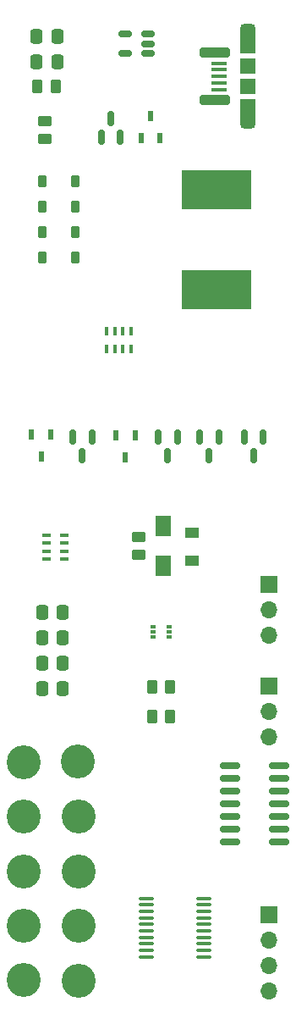
<source format=gts>
%TF.GenerationSoftware,KiCad,Pcbnew,7.0.10*%
%TF.CreationDate,2024-03-06T19:49:30-08:00*%
%TF.ProjectId,462FinalProject,34363246-696e-4616-9c50-726f6a656374,rev?*%
%TF.SameCoordinates,Original*%
%TF.FileFunction,Soldermask,Top*%
%TF.FilePolarity,Negative*%
%FSLAX46Y46*%
G04 Gerber Fmt 4.6, Leading zero omitted, Abs format (unit mm)*
G04 Created by KiCad (PCBNEW 7.0.10) date 2024-03-06 19:49:30*
%MOMM*%
%LPD*%
G01*
G04 APERTURE LIST*
G04 Aperture macros list*
%AMRoundRect*
0 Rectangle with rounded corners*
0 $1 Rounding radius*
0 $2 $3 $4 $5 $6 $7 $8 $9 X,Y pos of 4 corners*
0 Add a 4 corners polygon primitive as box body*
4,1,4,$2,$3,$4,$5,$6,$7,$8,$9,$2,$3,0*
0 Add four circle primitives for the rounded corners*
1,1,$1+$1,$2,$3*
1,1,$1+$1,$4,$5*
1,1,$1+$1,$6,$7*
1,1,$1+$1,$8,$9*
0 Add four rect primitives between the rounded corners*
20,1,$1+$1,$2,$3,$4,$5,0*
20,1,$1+$1,$4,$5,$6,$7,0*
20,1,$1+$1,$6,$7,$8,$9,0*
20,1,$1+$1,$8,$9,$2,$3,0*%
G04 Aperture macros list end*
%ADD10RoundRect,0.250000X-0.262500X-0.450000X0.262500X-0.450000X0.262500X0.450000X-0.262500X0.450000X0*%
%ADD11C,3.400000*%
%ADD12RoundRect,0.150000X-0.150000X0.587500X-0.150000X-0.587500X0.150000X-0.587500X0.150000X0.587500X0*%
%ADD13RoundRect,0.250000X-0.337500X-0.475000X0.337500X-0.475000X0.337500X0.475000X-0.337500X0.475000X0*%
%ADD14RoundRect,0.225000X-0.225000X-0.375000X0.225000X-0.375000X0.225000X0.375000X-0.225000X0.375000X0*%
%ADD15R,1.400000X1.000000*%
%ADD16R,0.600000X1.050000*%
%ADD17RoundRect,0.250000X0.450000X-0.262500X0.450000X0.262500X-0.450000X0.262500X-0.450000X-0.262500X0*%
%ADD18RoundRect,0.150000X0.150000X-0.587500X0.150000X0.587500X-0.150000X0.587500X-0.150000X-0.587500X0*%
%ADD19R,0.900000X0.400000*%
%ADD20RoundRect,0.150000X-0.825000X-0.150000X0.825000X-0.150000X0.825000X0.150000X-0.825000X0.150000X0*%
%ADD21R,1.525000X0.400000*%
%ADD22R,1.525000X0.425000*%
%ADD23RoundRect,0.375000X-0.375000X0.875000X-0.375000X-0.875000X0.375000X-0.875000X0.375000X0.875000X0*%
%ADD24R,1.550000X1.200000*%
%ADD25RoundRect,0.200000X1.300000X-0.300000X1.300000X0.300000X-1.300000X0.300000X-1.300000X-0.300000X0*%
%ADD26R,1.550000X1.500000*%
%ADD27RoundRect,0.375000X0.375000X-0.875000X0.375000X0.875000X-0.375000X0.875000X-0.375000X-0.875000X0*%
%ADD28R,1.500000X2.000000*%
%ADD29R,7.000000X4.000000*%
%ADD30R,1.700000X1.700000*%
%ADD31O,1.700000X1.700000*%
%ADD32R,0.475000X0.300000*%
%ADD33R,0.400000X0.900000*%
%ADD34RoundRect,0.150000X0.512500X0.150000X-0.512500X0.150000X-0.512500X-0.150000X0.512500X-0.150000X0*%
%ADD35RoundRect,0.100000X-0.637500X-0.100000X0.637500X-0.100000X0.637500X0.100000X-0.637500X0.100000X0*%
%ADD36RoundRect,0.250000X-0.450000X0.262500X-0.450000X-0.262500X0.450000X-0.262500X0.450000X0.262500X0*%
G04 APERTURE END LIST*
D10*
%TO.C,R10*%
X216892445Y-135097791D03*
X218717445Y-135097791D03*
%TD*%
D11*
%TO.C,TP6*%
X209551215Y-161572020D03*
%TD*%
D12*
%TO.C,Q9*%
X219418062Y-107202024D03*
X217518062Y-107202024D03*
X218468062Y-109077024D03*
%TD*%
D13*
%TO.C,C6*%
X205895327Y-127198804D03*
X207970327Y-127198804D03*
%TD*%
D14*
%TO.C,D5*%
X205890719Y-81616280D03*
X209190719Y-81616280D03*
%TD*%
D11*
%TO.C,TP8*%
X209530195Y-150568664D03*
%TD*%
%TO.C,TP3*%
X204080195Y-150568664D03*
%TD*%
D15*
%TO.C,L2*%
X220920406Y-119501250D03*
X220920406Y-116701250D03*
%TD*%
D16*
%TO.C,Q8*%
X206746925Y-106934654D03*
X204846925Y-106934654D03*
X205796925Y-109134654D03*
%TD*%
D17*
%TO.C,R12*%
X206195521Y-77382249D03*
X206195521Y-75557249D03*
%TD*%
D11*
%TO.C,TP9*%
X209530195Y-156018664D03*
%TD*%
D14*
%TO.C,D7*%
X205890719Y-86696280D03*
X209190719Y-86696280D03*
%TD*%
D13*
%TO.C,C1*%
X205354687Y-67160936D03*
X207429687Y-67160936D03*
%TD*%
D18*
%TO.C,Q3*%
X211810859Y-77174864D03*
X213710859Y-77174864D03*
X212760859Y-75299864D03*
%TD*%
D19*
%TO.C,RN2*%
X206367952Y-116982679D03*
X206367952Y-117782679D03*
X206367952Y-118582679D03*
X206367952Y-119382679D03*
X208067952Y-119382679D03*
X208067952Y-118582679D03*
X208067952Y-117782679D03*
X208067952Y-116982679D03*
%TD*%
D20*
%TO.C,U3*%
X224702625Y-139985541D03*
X224702625Y-141255541D03*
X224702625Y-142525541D03*
X224702625Y-143795541D03*
X224702625Y-145065541D03*
X224702625Y-146335541D03*
X224702625Y-147605541D03*
X229652625Y-147605541D03*
X229652625Y-146335541D03*
X229652625Y-145065541D03*
X229652625Y-143795541D03*
X229652625Y-142525541D03*
X229652625Y-141255541D03*
X229652625Y-139985541D03*
%TD*%
D21*
%TO.C,J3*%
X223632500Y-72420000D03*
D22*
X223632500Y-71782500D03*
D21*
X223632500Y-71120000D03*
X223632500Y-70470000D03*
D22*
X223632500Y-69832500D03*
D23*
X226520000Y-75120000D03*
D24*
X226520000Y-74020000D03*
D25*
X223220000Y-73520000D03*
D26*
X226520000Y-72120000D03*
X226520000Y-70120000D03*
D25*
X223220000Y-68720000D03*
D24*
X226520000Y-68220000D03*
D27*
X226520000Y-67120000D03*
%TD*%
D11*
%TO.C,TP1*%
X204080195Y-139668664D03*
%TD*%
D14*
%TO.C,D6*%
X205890719Y-84156280D03*
X209190719Y-84156280D03*
%TD*%
D28*
%TO.C,R5*%
X218051063Y-116069718D03*
X218051063Y-120069718D03*
%TD*%
D13*
%TO.C,C2*%
X205895327Y-124658804D03*
X207970327Y-124658804D03*
%TD*%
D11*
%TO.C,TP7*%
X209530195Y-145118664D03*
%TD*%
D12*
%TO.C,Q2*%
X223574460Y-107158008D03*
X221674460Y-107158008D03*
X222624460Y-109033008D03*
%TD*%
D16*
%TO.C,Q7*%
X215814938Y-77313999D03*
X217714938Y-77313999D03*
X216764938Y-75113999D03*
%TD*%
D29*
%TO.C,L1*%
X223359032Y-82467062D03*
X223359032Y-92467062D03*
%TD*%
D30*
%TO.C,J4*%
X228600000Y-121920000D03*
D31*
X228600000Y-124460000D03*
X228600000Y-127000000D03*
%TD*%
D11*
%TO.C,TP10*%
X209462421Y-139635046D03*
%TD*%
D30*
%TO.C,J2*%
X228600000Y-132080000D03*
D31*
X228600000Y-134620000D03*
X228600000Y-137160000D03*
%TD*%
D32*
%TO.C,IC1*%
X216962804Y-126131242D03*
X216962804Y-126631242D03*
X216962804Y-127131242D03*
X218638804Y-127131242D03*
X218638804Y-126631242D03*
X218638804Y-126131242D03*
%TD*%
D11*
%TO.C,TP5*%
X204080195Y-161468664D03*
%TD*%
D30*
%TO.C,J5*%
X228600000Y-154940000D03*
D31*
X228600000Y-157480000D03*
X228600000Y-160020000D03*
X228600000Y-162560000D03*
%TD*%
D11*
%TO.C,TP4*%
X204080195Y-156018664D03*
%TD*%
D12*
%TO.C,Q4*%
X210874460Y-107158008D03*
X208974460Y-107158008D03*
X209924460Y-109033008D03*
%TD*%
%TO.C,Q1*%
X228024460Y-107158008D03*
X226124460Y-107158008D03*
X227074460Y-109033008D03*
%TD*%
D11*
%TO.C,TP2*%
X204080195Y-145118664D03*
%TD*%
D33*
%TO.C,RN1*%
X212366765Y-98333827D03*
X213166765Y-98333827D03*
X213966765Y-98333827D03*
X214766765Y-98333827D03*
X214766765Y-96633827D03*
X213966765Y-96633827D03*
X213166765Y-96633827D03*
X212366765Y-96633827D03*
%TD*%
D13*
%TO.C,C3*%
X205354687Y-69700936D03*
X207429687Y-69700936D03*
%TD*%
%TO.C,C5*%
X205895327Y-132278804D03*
X207970327Y-132278804D03*
%TD*%
D16*
%TO.C,Q6*%
X215185323Y-107020000D03*
X213285323Y-107020000D03*
X214235323Y-109220000D03*
%TD*%
D10*
%TO.C,R9*%
X216892445Y-132147791D03*
X218717445Y-132147791D03*
%TD*%
D34*
%TO.C,U1*%
X216456063Y-68804624D03*
X216456063Y-67854624D03*
X216456063Y-66904624D03*
X214181063Y-66904624D03*
X214181063Y-68804624D03*
%TD*%
D35*
%TO.C,U2*%
X216315015Y-153277195D03*
X216315015Y-153927195D03*
X216315015Y-154577195D03*
X216315015Y-155227195D03*
X216315015Y-155877195D03*
X216315015Y-156527195D03*
X216315015Y-157177195D03*
X216315015Y-157827195D03*
X216315015Y-158477195D03*
X216315015Y-159127195D03*
X222040015Y-159127195D03*
X222040015Y-158477195D03*
X222040015Y-157827195D03*
X222040015Y-157177195D03*
X222040015Y-156527195D03*
X222040015Y-155877195D03*
X222040015Y-155227195D03*
X222040015Y-154577195D03*
X222040015Y-153927195D03*
X222040015Y-153277195D03*
%TD*%
D10*
%TO.C,R4*%
X205404027Y-72156835D03*
X207229027Y-72156835D03*
%TD*%
D36*
%TO.C,R1*%
X215588156Y-117124569D03*
X215588156Y-118949569D03*
%TD*%
D13*
%TO.C,C4*%
X205895327Y-129738804D03*
X207970327Y-129738804D03*
%TD*%
D14*
%TO.C,D1*%
X205890719Y-89236280D03*
X209190719Y-89236280D03*
%TD*%
M02*

</source>
